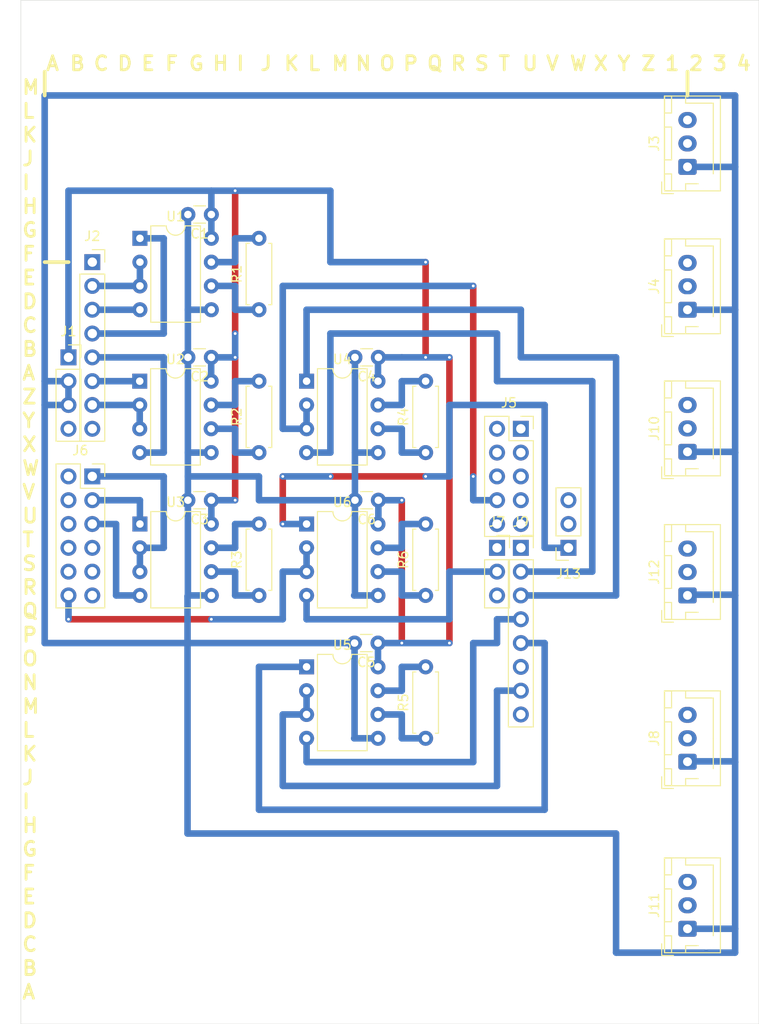
<source format=kicad_pcb>
(kicad_pcb (version 20240108) (generator "pcbnew") (generator_version "8.0")
  (layers (0 "F.Cu" signal) (1 "In1.Cu" signal) (2 "In2.Cu" signal) (31 "B.Cu" signal) (34 "B.Paste" user) (35 "F.Paste" user) (36 "B.SilkS" user "B.Silkscreen") (37 "F.SilkS" user "F.Silkscreen") (38 "B.Mask" user) (39 "F.Mask" user) (44 "Edge.Cuts" user))
  (net 0 "")
  (net 1 "+5V")
  (net 2 "/B_1")
  (net 3 "/A_1")
  (net 4 "/B_4")
  (net 5 "/A_4")
  (net 6 "/A_5")
  (net 7 "/B_5")
  (net 8 "/B_6")
  (net 9 "/A_6")
  (net 10 "/UART4_TX")
  (net 11 "/EN_4")
  (net 12 "/UART4_RX")
  (net 13 "/UART1_RX")
  (net 14 "/UART6_TX")
  (net 15 "/UART1_TX")
  (net 16 "/UART5_TX")
  (net 17 "/EN_5")
  (net 18 "/UART6_RX")
  (net 19 "/UART2_TX")
  (net 20 "/UART5_RX")
  (net 21 "/UART2_RX")
  (net 22 "/EN_7")
  (net 23 "/EN_2")
  (net 24 "/UART7_TX")
  (footprint "Connector_PinSocket_2.54mm:PinSocket_1x08_P2.54mm_Vertical" (layer "F.Cu") (at 157.48 55.88)
    (property "Reference" "J2")
    (property "Value" "Conn_01x08_Pin")
  )
  (footprint "Package_DIP:DIP-8_W7.62mm" (layer "F.Cu") (at 180.34 68.58)
    (property "Reference" "U4")
    (property "Value" "MAX485E")
  )
  (footprint "Connector_JST:JST_XH_B3B-XH-AM_1x03_P2.50mm_Vertical" (layer "F.Cu") (at 220.98 45.72 90)
    (property "Reference" "J3")
    (property "Value" "Conn_01x03_Pin")
  )
  (footprint "Connector_JST:JST_XH_B3B-XH-AM_1x03_P2.50mm_Vertical" (layer "F.Cu") (at 220.98 76.12 90)
    (property "Reference" "J10")
    (property "Value" "Conn_01x03_Pin")
  )
  (footprint "Capacitor_THT:C_Disc_D3.0mm_W1.6mm_P2.50mm" (layer "F.Cu") (at 188 81.28 180)
    (property "Reference" "C6")
    (property "Value" "0.1u")
  )
  (footprint "Capacitor_THT:C_Disc_D3.0mm_W1.6mm_P2.50mm" (layer "F.Cu") (at 188 66.04 180)
    (property "Reference" "C4")
    (property "Value" "0.1u")
  )
  (footprint "Connector_PinSocket_2.54mm:PinSocket_1x08_P2.54mm_Vertical" (layer "F.Cu") (at 203.2 86.36)
    (property "Reference" "J9")
    (property "Value" "Conn_01x08_Pin")
  )
  (footprint "Connector_PinSocket_2.54mm:PinSocket_2x05_P2.54mm_Vertical" (layer "F.Cu") (at 203.2 73.66)
    (property "Reference" "J5")
    (property "Value" "Conn_02x05_Odd_Even")
  )
  (footprint "Package_DIP:DIP-8_W7.62mm" (layer "F.Cu") (at 180.34 99.06)
    (property "Reference" "U5")
    (property "Value" "MAX485E")
  )
  (footprint "Connector_JST:JST_XH_B3B-XH-AM_1x03_P2.50mm_Vertical" (layer "F.Cu") (at 220.98 91.44 90)
    (property "Reference" "J12")
    (property "Value" "Conn_01x03_Pin")
  )
  (footprint "Connector_JST:JST_XH_B3B-XH-AM_1x03_P2.50mm_Vertical" (layer "F.Cu") (at 220.98 60.96 90)
    (property "Reference" "J4")
    (property "Value" "Conn_01x03_Pin")
  )
  (footprint "Capacitor_THT:C_Disc_D3.0mm_W1.6mm_P2.50mm" (layer "F.Cu") (at 170.18 50.8 180)
    (property "Reference" "C1")
    (property "Value" "0.1u")
  )
  (footprint "Connector_PinSocket_2.54mm:PinSocket_1x03_P2.54mm_Vertical" (layer "F.Cu") (at 200.66 86.36)
    (property "Reference" "J7")
    (property "Value" "Conn_01x03_Pin")
  )
  (footprint "Resistor_THT:R_Axial_DIN0207_L6.3mm_D2.5mm_P7.62mm_Horizontal" (layer "F.Cu") (at 175.26 76.2 90)
    (property "Reference" "R2")
    (property "Value" "120")
  )
  (footprint "Resistor_THT:R_Axial_DIN0207_L6.3mm_D2.5mm_P7.62mm_Horizontal" (layer "F.Cu") (at 193.04 76.2 90)
    (property "Reference" "R4")
    (property "Value" "120")
  )
  (footprint "Capacitor_THT:C_Disc_D3.0mm_W1.6mm_P2.50mm" (layer "F.Cu") (at 170.18 81.28 180)
    (property "Reference" "C3")
    (property "Value" "0.1u")
  )
  (footprint "Connector_JST:JST_XH_B3B-XH-AM_1x03_P2.50mm_Vertical" (layer "F.Cu") (at 220.98 127 90)
    (property "Reference" "J11")
    (property "Value" "Conn_01x03_Pin")
  )
  (footprint "Connector_PinSocket_2.54mm:PinSocket_1x03_P2.54mm_Vertical" (layer "F.Cu") (at 208.28 86.36 180)
    (property "Reference" "J13")
    (property "Value" "Conn_01x03_Pin")
  )
  (footprint "Resistor_THT:R_Axial_DIN0207_L6.3mm_D2.5mm_P7.62mm_Horizontal" (layer "F.Cu") (at 193.04 91.44 90)
    (property "Reference" "R6")
    (property "Value" "120")
  )
  (footprint "Connector_PinSocket_2.54mm:PinSocket_1x04_P2.54mm_Vertical" (layer "F.Cu") (at 154.94 66.04)
    (property "Reference" "J1")
    (property "Value" "Conn_01x04_Pin")
  )
  (footprint "Package_DIP:DIP-8_W7.62mm" (layer "F.Cu") (at 162.54 68.58)
    (property "Reference" "U2")
    (property "Value" "MAX485E")
  )
  (footprint "Package_DIP:DIP-8_W7.62mm" (layer "F.Cu") (at 162.56 53.34)
    (property "Reference" "U1")
    (property "Value" "MAX485E")
  )
  (footprint "Resistor_THT:R_Axial_DIN0207_L6.3mm_D2.5mm_P7.62mm_Horizontal" (layer "F.Cu") (at 193.04 106.68 90)
    (property "Reference" "R5")
    (property "Value" "120")
  )
  (footprint "Connector_JST:JST_XH_B3B-XH-AM_1x03_P2.50mm_Vertical" (layer "F.Cu") (at 220.98 109.18 90)
    (property "Reference" "J8")
    (property "Value" "Conn_01x03_Pin")
  )
  (footprint "Capacitor_THT:C_Disc_D3.0mm_W1.6mm_P2.50mm" (layer "F.Cu") (at 170.18 66.04 180)
    (property "Reference" "C2")
    (property "Value" "0.1u")
  )
  (footprint "Capacitor_THT:C_Disc_D3.0mm_W1.6mm_P2.50mm" (layer "F.Cu") (at 187.96 96.52 180)
    (property "Reference" "C5")
    (property "Value" "0.1u")
  )
  (footprint "Package_DIP:DIP-8_W7.62mm" (layer "F.Cu") (at 180.34 83.82)
    (property "Reference" "U6")
    (property "Value" "MAX485E")
  )
  (footprint "Package_DIP:DIP-8_W7.62mm" (layer "F.Cu") (at 162.56 83.82)
    (property "Reference" "U3")
    (property "Value" "MAX485E")
  )
  (footprint "Connector_PinSocket_2.54mm:PinSocket_2x06_P2.54mm_Vertical" (layer "F.Cu") (at 157.48 78.74)
    (property "Reference" "J6")
    (property "Value" "Conn_02x06_Odd_Even")
  )
  (footprint "Resistor_THT:R_Axial_DIN0207_L6.3mm_D2.5mm_P7.62mm_Horizontal" (layer "F.Cu") (at 175.26 60.96 90)
    (property "Reference" "R1")
    (property "Value" "120")
  )
  (footprint "Resistor_THT:R_Axial_DIN0207_L6.3mm_D2.5mm_P7.62mm_Horizontal" (layer "F.Cu") (at 175.26 91.44 90)
    (property "Reference" "R3")
    (property "Value" "120")
  )
  (gr_line (start 152.4 35.56) (end 152.4 38.1) (stroke (width 0.4)) (layer "F.SilkS"))
  (gr_line (start 220.98 35.56) (end 220.98 38.1) (stroke (width 0.4)) (layer "F.SilkS"))
  (gr_line (start 154.94 55.88) (end 152.4 55.88) (stroke (width 0.4)) (layer "F.SilkS"))
  (gr_line (start 149.86 27.94) (end 228.6 27.94) (stroke (width 0.05)) (layer "Edge.Cuts"))
  (gr_line (start 228.6 137.16) (end 149.86 137.16) (stroke (width 0.05)) (layer "Edge.Cuts"))
  (gr_line (start 228.6 27.94) (end 228.6 137.16) (stroke (width 0.05)) (layer "Edge.Cuts"))
  (gr_line (start 149.86 137.16) (end 149.86 27.94) (stroke (width 0.05)) (layer "Edge.Cuts"))
  (gr_text "I" (at 172.72 35.56 0) (layer "F.SilkS") (effects (font (size 1.5 1.5) (thickness 0.3) (bold yes)) (justify left bottom)))
  (gr_text "Y" (at 149.86 73.66 0) (layer "F.SilkS") (effects (font (size 1.5 1.5) (thickness 0.3) (bold yes)) (justify left bottom)))
  (gr_text "W" (at 149.86 78.74 0) (layer "F.SilkS") (effects (font (size 1.5 1.5) (thickness 0.3) (bold yes)) (justify left bottom)))
  (gr_text "A" (at 152.4 35.56 0) (layer "F.SilkS") (effects (font (size 1.5 1.5) (thickness 0.3) (bold yes)) (justify left bottom)))
  (gr_text "3" (at 223.52 35.56 0) (layer "F.SilkS") (effects (font (size 1.5 1.5) (thickness 0.3) (bold yes)) (justify left bottom)))
  (gr_text "1" (at 218.44 35.56 0) (layer "F.SilkS") (effects (font (size 1.5 1.5) (thickness 0.3) (bold yes)) (justify left bottom)))
  (gr_text "K" (at 149.86 43.18 0) (layer "F.SilkS") (effects (font (size 1.5 1.5) (thickness 0.3) (bold yes)) (justify left bottom)))
  (gr_text "H" (at 149.86 116.84 0) (layer "F.SilkS") (effects (font (size 1.5 1.5) (thickness 0.3) (bold yes)) (justify left bottom)))
  (gr_text "Y" (at 213.36 35.56 0) (layer "F.SilkS") (effects (font (size 1.5 1.5) (thickness 0.3) (bold yes)) (justify left bottom)))
  (gr_text "4" (at 226.06 35.56 0) (layer "F.SilkS") (effects (font (size 1.5 1.5) (thickness 0.3) (bold yes)) (justify left bottom)))
  (gr_text "D" (at 149.86 60.96 0) (layer "F.SilkS") (effects (font (size 1.5 1.5) (thickness 0.3) (bold yes)) (justify left bottom)))
  (gr_text "X" (at 149.86 76.2 0) (layer "F.SilkS") (effects (font (size 1.5 1.5) (thickness 0.3) (bold yes)) (justify left bottom)))
  (gr_text "R" (at 195.58 35.56 0) (layer "F.SilkS") (effects (font (size 1.5 1.5) (thickness 0.3) (bold yes)) (justify left bottom)))
  (gr_text "L" (at 149.86 106.68 0) (layer "F.SilkS") (effects (font (size 1.5 1.5) (thickness 0.3) (bold yes)) (justify left bottom)))
  (gr_text "F" (at 149.86 121.92 0) (layer "F.SilkS") (effects (font (size 1.5 1.5) (thickness 0.3) (bold yes)) (justify left bottom)))
  (gr_text "F" (at 165.1 35.56 0) (layer "F.SilkS") (effects (font (size 1.5 1.5) (thickness 0.3) (bold yes)) (justify left bottom)))
  (gr_text "L" (at 149.86 40.64 0) (layer "F.SilkS") (effects (font (size 1.5 1.5) (thickness 0.3) (bold yes)) (justify left bottom)))
  (gr_text "T" (at 200.66 35.56 0) (layer "F.SilkS") (effects (font (size 1.5 1.5) (thickness 0.3) (bold yes)) (justify left bottom)))
  (gr_text "G" (at 167.64 35.56 0) (layer "F.SilkS") (effects (font (size 1.5 1.5) (thickness 0.3) (bold yes)) (justify left bottom)))
  (gr_text "B" (at 154.94 35.56 0) (layer "F.SilkS") (effects (font (size 1.5 1.5) (thickness 0.3) (bold yes)) (justify left bottom)))
  (gr_text "M" (at 182.88 35.56 0) (layer "F.SilkS") (effects (font (size 1.5 1.5) (thickness 0.3) (bold yes)) (justify left bottom)))
  (gr_text "B" (at 149.86 132.08 0) (layer "F.SilkS") (effects (font (size 1.5 1.5) (thickness 0.3) (bold yes)) (justify left bottom)))
  (gr_text "U" (at 203.2 35.56 0) (layer "F.SilkS") (effects (font (size 1.5 1.5) (thickness 0.3) (bold yes)) (justify left bottom)))
  (gr_text "B" (at 149.86 66.04 0) (layer "F.SilkS") (effects (font (size 1.5 1.5) (thickness 0.3) (bold yes)) (justify left bottom)))
  (gr_text "C" (at 149.86 63.5 0) (layer "F.SilkS") (effects (font (size 1.5 1.5) (thickness 0.3) (bold yes)) (justify left bottom)))
  (gr_text "R" (at 149.86 91.44 0) (layer "F.SilkS") (effects (font (size 1.5 1.5) (thickness 0.3) (bold yes)) (justify left bottom)))
  (gr_text "C" (at 157.48 35.56 0) (layer "F.SilkS") (effects (font (size 1.5 1.5) (thickness 0.3) (bold yes)) (justify left bottom)))
  (gr_text "I" (at 149.86 48.26 0) (layer "F.SilkS") (effects (font (size 1.5 1.5) (thickness 0.3) (bold yes)) (justify left bottom)))
  (gr_text "A" (at 149.86 134.62 0) (layer "F.SilkS") (effects (font (size 1.5 1.5) (thickness 0.3) (bold yes)) (justify left bottom)))
  (gr_text "G" (at 149.86 53.34 0) (layer "F.SilkS") (effects (font (size 1.5 1.5) (thickness 0.3) (bold yes)) (justify left bottom)))
  (gr_text "C" (at 149.86 129.54 0) (layer "F.SilkS") (effects (font (size 1.5 1.5) (thickness 0.3) (bold yes)) (justify left bottom)))
  (gr_text "V" (at 205.74 35.56 0) (layer "F.SilkS") (effects (font (size 1.5 1.5) (thickness 0.3) (bold yes)) (justify left bottom)))
  (gr_text "E" (at 149.86 124.46 0) (layer "F.SilkS") (effects (font (size 1.5 1.5) (thickness 0.3) (bold yes)) (justify left bottom)))
  (gr_text "U" (at 149.86 83.82 0) (layer "F.SilkS") (effects (font (size 1.5 1.5) (thickness 0.3) (bold yes)) (justify left bottom)))
  (gr_text "Z" (at 149.86 71.12 0) (layer "F.SilkS") (effects (font (size 1.5 1.5) (thickness 0.3) (bold yes)) (justify left bottom)))
  (gr_text "I" (at 149.86 114.3 0) (layer "F.SilkS") (effects (font (size 1.5 1.5) (thickness 0.3) (bold yes)) (justify left bottom)))
  (gr_text "D" (at 160.02 35.56 0) (layer "F.SilkS") (effects (font (size 1.5 1.5) (thickness 0.3) (bold yes)) (justify left bottom)))
  (gr_text "E" (at 162.56 35.56 0) (layer "F.SilkS") (effects (font (size 1.5 1.5) (thickness 0.3) (bold yes)) (justify left bottom)))
  (gr_text "S" (at 198.12 35.56 0) (layer "F.SilkS") (effects (font (size 1.5 1.5) (thickness 0.3) (bold yes)) (justify left bottom)))
  (gr_text "H" (at 149.86 50.8 0) (layer "F.SilkS") (effects (font (size 1.5 1.5) (thickness 0.3) (bold yes)) (justify left bottom)))
  (gr_text "O" (at 187.96 35.56 0) (layer "F.SilkS") (effects (font (size 1.5 1.5) (thickness 0.3) (bold yes)) (justify left bottom)))
  (gr_text "2" (at 220.98 35.56 0) (layer "F.SilkS") (effects (font (size 1.5 1.5) (thickness 0.3) (bold yes)) (justify left bottom)))
  (gr_text "M" (at 149.86 38.1 0) (layer "F.SilkS") (effects (font (size 1.5 1.5) (thickness 0.3) (bold yes)) (justify left bottom)))
  (gr_text "D" (at 149.86 127 0) (layer "F.SilkS") (effects (font (size 1.5 1.5) (thickness 0.3) (bold yes)) (justify left bottom)))
  (gr_text "Q" (at 193.04 35.56 0) (layer "F.SilkS") (effects (font (size 1.5 1.5) (thickness 0.3) (bold yes)) (justify left bottom)))
  (gr_text "J" (at 175.26 35.56 0) (layer "F.SilkS") (effects (font (size 1.5 1.5) (thickness 0.3) (bold yes)) (justify left bottom)))
  (gr_text "Z" (at 215.9 35.56 0) (layer "F.SilkS") (effects (font (size 1.5 1.5) (thickness 0.3) (bold yes)) (justify left bottom)))
  (gr_text "P" (at 149.86 96.52 0) (layer "F.SilkS") (effects (font (size 1.5 1.5) (thickness 0.3) (bold yes)) (justify left bottom)))
  (gr_text "J" (at 149.86 111.76 0) (layer "F.SilkS") (effects (font (size 1.5 1.5) (thickness 0.3) (bold yes)) (justify left bottom)))
  (gr_text "N" (at 149.86 101.6 0) (layer "F.SilkS") (effects (font (size 1.5 1.5) (thickness 0.3) (bold yes)) (justify left bottom)))
  (gr_text "V" (at 149.86 81.28 0) (layer "F.SilkS") (effects (font (size 1.5 1.5) (thickness 0.3) (bold yes)) (justify left bottom)))
  (gr_text "E" (at 149.86 58.42 0) (layer "F.SilkS") (effects (font (size 1.5 1.5) (thickness 0.3) (bold yes)) (justify left bottom)))
  (gr_text "L" (at 180.34 35.56 0) (layer "F.SilkS") (effects (font (size 1.5 1.5) (thickness 0.3) (bold yes)) (justify left bottom)))
  (gr_text "X" (at 210.82 35.56 0) (layer "F.SilkS") (effects (font (size 1.5 1.5) (thickness 0.3) (bold yes)) (justify left bottom)))
  (gr_text "T" (at 149.86 86.36 0) (layer "F.SilkS") (effects (font (size 1.5 1.5) (thickness 0.3) (bold yes)) (justify left bottom)))
  (gr_text "J" (at 149.86 45.72 0) (layer "F.SilkS") (effects (font (size 1.5 1.5) (thickness 0.3) (bold yes)) (justify left bottom)))
  (gr_text "S" (at 149.86 88.9 0) (layer "F.SilkS") (effects (font (size 1.5 1.5) (thickness 0.3) (bold yes)) (justify left bottom)))
  (gr_text "Q" (at 149.86 93.98 0) (layer "F.SilkS") (effects (font (size 1.5 1.5) (thickness 0.3) (bold yes)) (justify left bottom)))
  (gr_text "G" (at 149.86 119.38 0) (layer "F.SilkS") (effects (font (size 1.5 1.5) (thickness 0.3) (bold yes)) (justify left bottom)))
  (gr_text "K" (at 177.8 35.56 0) (layer "F.SilkS") (effects (font (size 1.5 1.5) (thickness 0.3) (bold yes)) (justify left bottom)))
  (gr_text "H" (at 170.18 35.56 0) (layer "F.SilkS") (effects (font (size 1.5 1.5) (thickness 0.3) (bold yes)) (justify left bottom)))
  (gr_text "K" (at 149.86 109.22 0) (layer "F.SilkS") (effects (font (size 1.5 1.5) (thickness 0.3) (bold yes)) (justify left bottom)))
  (gr_text "P" (at 190.5 35.56 0) (layer "F.SilkS") (effects (font (size 1.5 1.5) (thickness 0.3) (bold yes)) (justify left bottom)))
  (gr_text "O" (at 149.86 99.06 0) (layer "F.SilkS") (effects (font (size 1.5 1.5) (thickness 0.3) (bold yes)) (justify left bottom)))
  (gr_text "N" (at 185.42 35.56 0) (layer "F.SilkS") (effects (font (size 1.5 1.5) (thickness 0.3) (bold yes)) (justify left bottom)))
  (gr_text "A" (at 149.86 68.58 0) (layer "F.SilkS") (effects (font (size 1.5 1.5) (thickness 0.3) (bold yes)) (justify left bottom)))
  (gr_text "F" (at 149.86 55.88 0) (layer "F.SilkS") (effects (font (size 1.5 1.5) (thickness 0.3) (bold yes)) (justify left bottom)))
  (gr_text "W" (at 208.28 35.56 0) (layer "F.SilkS") (effects (font (size 1.5 1.5) (thickness 0.3) (bold yes)) (justify left bottom)))
  (gr_text "M" (at 149.86 104.14 0) (layer "F.SilkS") (effects (font (size 1.5 1.5) (thickness 0.3) (bold yes)) (justify left bottom)))
  (segment (start 198.12 58.42) (end 198.12 78.74) (width 0.7) (layer "F.Cu") (net 1))
  (segment (start 172.72 66.04) (end 172.72 81.28) (width 0.7) (layer "F.Cu") (net 1))
  (segment (start 172.72 48.26) (end 172.72 63.5) (width 0.7) (layer "F.Cu") (net 1))
  (segment (start 154.94 93.98) (end 170.18 93.98) (width 0.7) (layer "F.Cu") (net 1))
  (segment (start 190.5 96.52) (end 190.5 81.28) (width 0.7) (layer "F.Cu") (net 1))
  (segment (start 193.04 66.04) (end 193.04 55.88) (width 0.7) (layer "F.Cu") (net 1))
  (segment (start 195.58 96.52) (end 195.58 66.04) (width 0.7) (layer "F.Cu") (net 1))
  (via (at 190.5 81.28) (size 0.6) (drill 0.3) (layers "F.Cu" "B.Cu") (net 1))
  (via (at 198.12 78.74) (size 0.6) (drill 0.3) (layers "F.Cu" "B.Cu") (net 1))
  (via (at 193.04 55.88) (size 0.6) (drill 0.3) (layers "F.Cu" "B.Cu") (net 1))
  (via (at 193.04 66.04) (size 0.6) (drill 0.3) (layers "F.Cu" "B.Cu") (net 1))
  (via (at 195.58 96.52) (size 0.6) (drill 0.3) (layers "F.Cu" "B.Cu") (net 1))
  (via (at 170.18 93.98) (size 0.6) (drill 0.3) (layers "F.Cu" "B.Cu") (net 1))
  (via (at 172.72 48.26) (size 0.6) (drill 0.3) (layers "F.Cu" "B.Cu") (net 1))
  (via (at 198.12 58.42) (size 0.6) (drill 0.3) (layers "F.Cu" "B.Cu") (net 1))
  (via (at 172.72 81.28) (size 0.6) (drill 0.3) (layers "F.Cu" "B.Cu") (net 1))
  (via (at 154.94 93.98) (size 0.6) (drill 0.3) (layers "F.Cu" "B.Cu") (net 1))
  (via (at 195.58 66.04) (size 0.6) (drill 0.3) (layers "F.Cu" "B.Cu") (net 1))
  (via (at 172.72 66.04) (size 0.6) (drill 0.3) (layers "F.Cu" "B.Cu") (net 1))
  (via (at 190.5 96.52) (size 0.6) (drill 0.3) (layers "F.Cu" "B.Cu") (net 1))
  (via (at 172.72 63.5) (size 0.6) (drill 0.3) (layers "F.Cu" "B.Cu") (net 1))
  (segment (start 225.98 91.36) (end 226.06 91.44) (width 0.7) (layer "B.Cu") (net 1))
  (segment (start 170.18 91.44) (end 167.72 91.44) (width 0.7) (layer "B.Cu") (net 1))
  (segment (start 167.68 78.74) (end 167.68 81.28) (width 0.7) (layer "B.Cu") (net 1))
  (segment (start 167.68 91.4) (end 167.68 81.28) (width 0.7) (layer "B.Cu") (net 1))
  (segment (start 154.94 48.26) (end 170.18 48.26) (width 0.7) (layer "B.Cu") (net 1))
  (segment (start 185.5 66.04) (end 185.5 76.2) (width 0.7) (layer "B.Cu") (net 1))
  (segment (start 170.16 76.2) (end 167.68 76.2) (width 0.7) (layer "B.Cu") (net 1))
  (segment (start 226.06 109.22) (end 226.06 127) (width 0.7) (layer "B.Cu") (net 1))
  (segment (start 188 66.04) (end 190.5 66.04) (width 0.7) (layer "B.Cu") (net 1))
  (segment (start 180.34 86.36) (end 180.34 88.9) (width 0.7) (layer "B.Cu") (net 1))
  (segment (start 193.04 55.88) (end 182.88 55.88) (width 0.7) (layer "B.Cu") (net 1))
  (segment (start 180.34 99.06) (end 175.26 99.06) (width 0.7) (layer "B.Cu") (net 1))
  (segment (start 213.36 129.54) (end 213.36 116.84) (width 0.7) (layer "B.Cu") (net 1))
  (segment (start 226.06 91.44) (end 226.06 109.22) (width 0.7) (layer "B.Cu") (net 1))
  (segment (start 167.68 76.2) (end 167.68 78.74) (width 0.7) (layer "B.Cu") (net 1))
  (segment (start 187.96 99.06) (end 187.96 96.52) (width 0.7) (layer "B.Cu") (net 1))
  (segment (start 170.18 86.36) (end 172.72 86.36) (width 0.7) (layer "B.Cu") (net 1))
  (segment (start 213.37 129.55) (end 213.36 129.54) (width 0.7) (layer "B.Cu") (net 1))
  (segment (start 187.96 96.52) (end 190.5 96.52) (width 0.7) (layer "B.Cu") (net 1))
  (segment (start 172.72 81.28) (end 170.18 81.28) (width 0.7) (layer "B.Cu") (net 1))
  (segment (start 167.72 91.44) (end 167.68 91.4) (width 0.7) (layer "B.Cu") (net 1))
  (segment (start 180.34 73.66) (end 177.8 73.66) (width 0.7) (layer "B.Cu") (net 1))
  (segment (start 175.26 78.74) (end 167.68 78.74) (width 0.7) (layer "B.Cu") (net 1))
  (segment (start 170.18 60.96) (end 167.68 60.96) (width 0.7) (layer "B.Cu") (net 1))
  (segment (start 188 83.78) (end 187.96 83.82) (width 0.7) (layer "B.Cu") (net 1))
  (segment (start 152.4 38.1) (end 226.06 38.1) (width 0.7) (layer "B.Cu") (net 1))
  (segment (start 154.94 68.58) (end 152.4 68.58) (width 0.7) (layer "B.Cu") (net 1))
  (segment (start 172.72 88.9) (end 172.72 91.44) (width 0.7) (layer "B.Cu") (net 1))
  (segment (start 170.18 50.8) (end 170.18 53.34) (width 0.7) (layer "B.Cu") (net 1))
  (segment (start 152.4 96.52) (end 167.64 96.52) (width 0.7) (layer "B.Cu") (net 1))
  (segment (start 167.64 116.84) (end 167.64 96.52) (width 0.7) (layer "B.Cu") (net 1))
  (segment (start 182.88 48.26) (end 172.72 48.26) (width 0.7) (layer "B.Cu") (net 1))
  (segment (start 172.72 68.58) (end 175.26 68.58) (width 0.7) (layer "B.Cu") (net 1))
  (segment (start 220.98 127) (end 226.06 127) (width 0.7) (layer "B.Cu") (net 1))
  (segment (start 172.72 71.12) (end 172.72 68.58) (width 0.7) (layer "B.Cu") (net 1))
  (segment (start 172.72 83.82) (end 175.26 83.82) (width 0.7) (layer "B.Cu") (net 1))
  (segment (start 167.64 91.52) (end 167.72 91.44) (width 0.7) (layer "B.Cu") (net 1))
  (segment (start 182.88 55.88) (end 182.88 48.26) (width 0.7) (layer "B.Cu") (net 1))
  (segment (start 170.18 48.26) (end 172.72 48.26) (width 0.7) (layer "B.Cu") (net 1))
  (segment (start 170.16 73.66) (end 172.72 73.66) (width 0.7) (layer "B.Cu") (net 1))
  (segment (start 195.58 66.04) (end 193.04 66.04) (width 0.7) (layer "B.Cu") (net 1))
  (segment (start 185.42 106.68) (end 187.96 106.68) (width 0.7) (layer "B.Cu") (net 1))
  (segment (start 226.06 129.54) (end 226.05 129.55) (width 0.7) (layer "B.Cu") (net 1))
  (segment (start 170.16 66.06) (end 170.18 66.04) (width 0.7) (layer "B.Cu") (net 1))
  (segment (start 185.46 96.52) (end 185.46 106.64) (width 0.7) (layer "B.Cu") (net 1))
  (segment (start 225.98 76.12) (end 226.06 76.2) (width 0.7) (layer "B.Cu") (net 1))
  (segment (start 220.98 109.14) (end 225.98 109.14) (width 0.7) (layer "B.Cu") (net 1))
  (segment (start 190.5 96.52) (end 195.58 96.52) (width 0.7) (layer "B.Cu") (net 1))
  (segment (start 172.72 73.66) (end 172.72 76.2) (width 0.7) (layer "B.Cu") (net 1))
  (segment (start 226.06 127) (end 226.06 129.54) (width 0.7) (layer "B.Cu") (net 1))
  (segment (start 175.26 99.06) (end 175.26 114.3) (width 0.7) (layer "B.Cu") (net 1))
  (segment (start 220.98 60.96) (end 226.06 60.96) (width 0.7) (layer "B.Cu") (net 1))
  (segment (start 198.12 78.74) (end 198.12 81.28) (width 0.7) (layer "B.Cu") (net 1))
  (segment (start 170.18 48.26) (end 170.18 50.8) (width 0.7) (layer "B.Cu") (net 1))
  (segment (start 226.05 129.55) (end 213.37 129.55) (width 0.7) (layer "B.Cu") (net 1))
  (segment (start 154.94 71.12) (end 154.94 68.58) (width 0.7) (layer "B.Cu") (net 1))
  (segment (start 180.34 88.9) (end 177.8 88.9) (width 0.7) (layer "B.Cu") (net 1))
  (segment (start 170.18 88.9) (end 172.72 88.9) (width 0.7) (layer "B.Cu") (net 1))
  (segment (start 167.68 60.96) (end 167.68 66.04) (width 0.7) (layer "B.Cu") (net 1))
  (segment (start 226.06 38.1) (end 226.06 45.72) (width 0.7) (layer "B.Cu") (net 1))
  (segment (start 185.46 96.52) (end 167.64 96.52) (width 0.7) (layer "B.Cu") (net 1))
  (segment (start 152.4 71.12) (end 152.4 96.52) (width 0.7) (layer "B.Cu") (net 1))
  (segment (start 185.42 91.44) (end 185.5 91.36) (width 0.7) (layer "B.Cu") (net 1))
  (segment (start 226.06 45.72) (end 226.06 60.96) (width 0.7) (layer "B.Cu") (net 1))
  (segment (start 200.66 81.28) (end 198.12 81.28) (width 0.7) (layer "B.Cu") (net 1))
  (segment (start 220.98 91.36) (end 225.98 91.36) (width 0.7) (layer "B.Cu") (net 1))
  (segment (start 170.16 68.58) (end 170.16 66.06) (width 0.7) (layer "B.Cu") (net 1))
  (segment (start 177.8 58.42) (end 198.12 58.42) (width 0.7) (layer "B.Cu") (net 1))
  (segment (start 170.18 66.04) (end 172.72 66.04) (width 0.7) (layer "B.Cu") (net 1))
  (segment (start 187.96 91.44) (end 185.42 91.44) (width 0.7) (layer "B.Cu") (net 1))
  (segment (start 172.72 91.44) (end 175.26 91.44) (width 0.7) (layer "B.Cu") (net 1))
  (segment (start 220.98 45.72) (end 226.06 45.72) (width 0.7) (layer "B.Cu") (net 1))
  (segment (start 170.16 71.12) (end 172.72 71.12) (width 0.7) (layer "B.Cu") (net 1))
  (segment (start 167.68 50.8) (end 167.68 60.96) (width 0.7) (layer "B.Cu") (net 1))
  (segment (start 185.5 76.2) (end 185.5 78.74) (width 0.7) (layer "B.Cu") (net 1))
  (segment (start 185.5 78.74) (end 185.5 81.28) (width 0.7) (layer "B.Cu") (net 1))
  (segment (start 177.8 73.66) (end 177.8 58.42) (width 0.7) (layer "B.Cu") (net 1))
  (segment (start 187.96 68.58) (end 187.96 66.08) (width 0.7) (layer "B.Cu") (net 1))
  (segment (start 154.94 71.12) (end 152.4 71.12) (width 0.7) (layer "B.Cu") (net 1))
  (segment (start 213.36 116.84) (end 167.64 116.84) (width 0.7) (layer "B.Cu") (net 1))
  (segment (start 185.46 106.64) (end 185.42 106.68) (width 0.7) (layer "B.Cu") (net 1))
  (segment (start 188 81.28) (end 190.5 81.28) (width 0.7) (layer "B.Cu") (net 1))
  (segment (start 180.34 71.12) (end 180.34 73.66) (width 0.7) (layer "B.Cu") (net 1))
  (segment (start 170.18 83.82) (end 170.18 81.28) (width 0.7) (layer "B.Cu") (net 1))
  (segment (start 172.72 86.36) (end 172.72 83.82) (width 0.7) (layer "B.Cu") (net 1))
  (segment (start 177.8 93.98) (end 170.18 93.98) (width 0.7) (layer "B.Cu") (net 1))
  (segment (start 167.68 66.04) (end 167.68 76.2) (width 0.7) (layer "B.Cu") (net 1))
  (segment (start 177.8 88.9) (end 177.8 93.98) (width 0.7) (layer "B.Cu") (net 1))
  (segment (start 187.96 76.2) (end 185.5 76.2) (width 0.7) (layer "B.Cu") (net 1))
  (segment (start 152.4 68.58) (end 152.4 38.1) (width 0.7) (layer "B.Cu") (net 1))
  (segment (start 154.94 66.04) (end 154.94 48.26) (width 0.7) (layer "B.Cu") (net 1))
  (segment (start 220.98 76.12) (end 225.98 76.12) (width 0.7) (layer "B.Cu") (net 1))
  (segment (start 172.72 66.04) (end 172.72 63.5) (width 0.7) (layer "B.Cu") (net 1))
  (segment (start 185.5 81.28) (end 175.26 81.28) (width 0.7) (layer "B.Cu") (net 1))
  (segment (start 205.74 96.52) (end 203.2 96.52) (width 0.7) (layer "B.Cu") (net 1))
  (segment (start 172.72 76.2) (end 175.26 76.2) (width 0.7) (layer "B.Cu") (net 1))
  (segment (start 175.26 81.28) (end 175.26 78.74) (width 0.7) (layer "B.Cu") (net 1))
  (segment (start 154.94 91.44) (end 154.94 93.98) (width 0.7) (layer "B.Cu") (net 1))
  (segment (start 225.98 109.14) (end 226.06 109.22) (width 0.7) (layer "B.Cu") (net 1))
  (segment (start 152.4 68.58) (end 152.4 71.12) (width 0.7) (layer "B.Cu") (net 1))
  (segment (start 187.96 66.08) (end 188 66.04) (width 0.7) (layer "B.Cu") (net 1))
  (segment (start 226.06 60.96) (end 226.06 76.2) (width 0.7) (layer "B.Cu") (net 1))
  (segment (start 167.64 96.52) (end 167.64 91.52) (width 0.7) (layer "B.Cu") (net 1))
  (segment (start 226.06 76.2) (end 226.06 91.44) (width 0.7) (layer "B.Cu") (net 1))
  (segment (start 175.26 114.3) (end 205.74 114.3) (width 0.7) (layer "B.Cu") (net 1))
  (segment (start 185.5 91.36) (end 185.5 81.28) (width 0.7) (layer "B.Cu") (net 1))
  (segment (start 188 81.28) (end 188 83.78) (width 0.7) (layer "B.Cu") (net 1))
  (segment (start 190.5 66.04) (end 193.04 66.04) (width 0.7) (layer "B.Cu") (net 1))
  (segment (start 205.74 114.3) (end 205.74 96.52) (width 0.7) (layer "B.Cu") (net 1))
  (segment (start 175.26 53.34) (end 172.72 53.34) (width 0.7) (layer "B.Cu") (net 2))
  (segment (start 172.72 53.34) (end 172.72 55.88) (width 0.7) (layer "B.Cu") (net 2))
  (segment (start 172.72 55.88) (end 170.18 55.88) (width 0.7) (layer "B.Cu") (net 2))
  (segment (start 170.18 58.42) (end 172.72 58.42) (width 0.7) (layer "B.Cu") (net 3))
  (segment (start 172.72 58.42) (end 172.72 60.96) (width 0.7) (layer "B.Cu") (net 3))
  (segment (start 172.72 60.96) (end 175.26 60.96) (width 0.7) (layer "B.Cu") (net 3))
  (segment (start 193.04 68.58) (end 190.5 68.58) (width 0.7) (layer "B.Cu") (net 4))
  (segment (start 190.5 68.58) (end 190.5 71.12) (width 0.7) (layer "B.Cu") (net 4))
  (segment (start 190.5 71.12) (end 187.96 71.12) (width 0.7) (layer "B.Cu") (net 4))
  (segment (start 190.5 76.2) (end 190.5 73.66) (width 0.7) (layer "B.Cu") (net 5))
  (segment (start 190.5 73.66) (end 187.96 73.66) (width 0.7) (layer "B.Cu") (net 5))
  (segment (start 193.04 76.2) (end 190.5 76.2) (width 0.7) (layer "B.Cu") (net 5))
  (segment (start 187.96 104.14) (end 190.5 104.14) (width 0.7) (layer "B.Cu") (net 6))
  (segment (start 190.5 106.68) (end 193.04 106.68) (width 0.7) (layer "B.Cu") (net 6))
  (segment (start 190.5 104.14) (end 190.5 106.68) (width 0.7) (layer "B.Cu") (net 6))
  (segment (start 190.5 99.06) (end 193.04 99.06) (width 0.7) (layer "B.Cu") (net 7))
  (segment (start 187.96 101.6) (end 190.5 101.6) (width 0.7) (layer "B.Cu") (net 7))
  (segment (start 190.5 101.6) (end 190.5 99.06) (width 0.7) (layer "B.Cu") (net 7))
  (segment (start 187.96 86.36) (end 190.5 86.36) (width 0.7) (layer "B.Cu") (net 8))
  (segment (start 190.5 86.36) (end 190.5 83.82) (width 0.7) (layer "B.Cu") (net 8))
  (segment (start 190.5 83.82) (end 193.04 83.82) (width 0.7) (layer "B.Cu") (net 8))
  (segment (start 190.5 91.44) (end 190.5 88.9) (width 0.7) (layer "B.Cu") (net 9))
  (segment (start 190.5 88.9) (end 187.96 88.9) (width 0.7) (layer "B.Cu") (net 9))
  (segment (start 193.04 91.44) (end 190.5 91.44) (width 0.7) (layer "B.Cu") (net 9))
  (segment (start 162.56 60.96) (end 157.48 60.96) (width 0.7) (layer "B.Cu") (net 10))
  (segment (start 157.48 58.42) (end 162.56 58.42) (width 0.7) (layer "B.Cu") (net 11))
  (segment (start 162.56 55.88) (end 162.56 58.42) (width 0.7) (layer "B.Cu") (net 11))
  (segment (start 162.56 53.34) (end 165.1 53.34) (width 0.7) (layer "B.Cu") (net 12))
  (segment (start 165.1 63.5) (end 157.48 63.5) (width 0.7) (layer "B.Cu") (net 12))
  (segment (start 165.1 53.34) (end 165.1 63.5) (width 0.7) (layer "B.Cu") (net 12))
  (segment (start 182.88 78.74) (end 193.04 78.74) (width 0.7) (layer "F.Cu") (net 13))
  (segment (start 177.8 83.82) (end 177.8 78.74) (width 0.7) (layer "F.Cu") (net 13))
  (via (at 193.04 78.74) (size 0.6) (drill 0.3) (layers "F.Cu" "B.Cu") (net 13))
  (via (at 177.8 83.82) (size 0.6) (drill 0.3) (layers "F.Cu" "B.Cu") (net 13))
  (via (at 182.88 78.74) (size 0.6) (drill 0.3) (layers "F.Cu" "B.Cu") (net 13))
  (via (at 177.8 78.74) (size 0.6) (drill 0.3) (layers "F.Cu" "B.Cu") (net 13))
  (segment (start 195.58 78.74) (end 193.04 78.74) (width 0.7) (layer "B.Cu") (net 13))
  (segment (start 195.58 71.12) (end 195.58 78.74) (width 0.7) (layer "B.Cu") (net 13))
  (segment (start 205.74 71.12) (end 195.58 71.12) (width 0.7) (layer "B.Cu") (net 13))
  (segment (start 177.8 78.74) (end 182.88 78.74) (width 0.7) (layer "B.Cu") (net 13))
  (segment (start 205.74 86.36) (end 205.74 71.12) (width 0.7) (layer "B.Cu") (net 13))
  (segment (start 208.28 86.36) (end 205.74 86.36) (width 0.7) (layer "B.Cu") (net 13))
  (segment (start 180.34 83.82) (end 177.8 83.82) (width 0.7) (layer "B.Cu") (net 13))
  (segment (start 210.82 68.58) (end 210.82 88.9) (width 0.7) (layer "B.Cu") (net 14))
  (segment (start 180.34 76.2) (end 182.88 76.2) (width 0.7) (layer "B.Cu") (net 14))
  (segment (start 182.88 76.2) (end 182.88 63.5) (width 0.7) (layer "B.Cu") (net 14))
  (segment (start 182.88 63.5) (end 200.66 63.5) (width 0.7) (layer "B.Cu") (net 14))
  (segment (start 200.66 63.5) (end 200.66 68.58) (width 0.7) (layer "B.Cu") (net 14))
  (segment (start 210.82 88.9) (end 203.2 88.9) (width 0.7) (layer "B.Cu") (net 14))
  (segment (start 200.66 68.58) (end 210.82 68.58) (width 0.7) (layer "B.Cu") (net 14))
  (segment (start 195.58 88.9) (end 195.58 93.98) (width 0.7) (layer "B.Cu") (net 15))
  (segment (start 180.34 93.98) (end 180.34 91.44) (width 0.7) (layer "B.Cu") (net 15))
  (segment (start 200.66 88.9) (end 195.58 88.9) (width 0.7) (layer "B.Cu") (net 15))
  (segment (start 195.58 93.98) (end 180.34 93.98) (width 0.7) (layer "B.Cu") (net 15))
  (segment (start 157.48 66.04) (end 165.1 66.04) (width 0.7) (layer "B.Cu") (net 16))
  (segment (start 165.1 76.2) (end 162.54 76.2) (width 0.7) (layer "B.Cu") (net 16))
  (segment (start 165.1 66.04) (end 165.1 76.2) (width 0.7) (layer "B.Cu") (net 16))
  (segment (start 157.48 71.12) (end 162.54 71.12) (width 0.7) (layer "B.Cu") (net 17))
  (segment (start 162.54 73.66) (end 162.54 71.12) (width 0.7) (layer "B.Cu") (net 17))
  (segment (start 203.2 66.04) (end 203.2 60.96) (width 0.7) (layer "B.Cu") (net 18))
  (segment (start 203.2 60.96) (end 180.34 60.96) (width 0.7) (layer "B.Cu") (net 18))
  (segment (start 203.2 91.44) (end 213.36 91.44) (width 0.7) (layer "B.Cu") (net 18))
  (segment (start 213.36 91.44) (end 213.36 66.04) (width 0.7) (layer "B.Cu") (net 18))
  (segment (start 213.36 66.04) (end 203.2 66.04) (width 0.7) (layer "B.Cu") (net 18))
  (segment (start 180.34 60.96) (end 180.34 68.58) (width 0.7) (layer "B.Cu") (net 18))
  (segment (start 160.02 83.82) (end 160.02 91.44) (width 0.7) (layer "B.Cu") (net 19))
  (segment (start 160.02 91.44) (end 162.56 91.44) (width 0.7) (layer "B.Cu") (net 19))
  (segment (start 157.48 83.82) (end 160.02 83.82) (width 0.7) (layer "B.Cu") (net 19))
  (segment (start 157.48 68.58) (end 162.54 68.58) (width 0.7) (layer "B.Cu") (net 20))
  (segment (start 157.48 81.28) (end 162.56 81.28) (width 0.7) (layer "B.Cu") (net 21))
  (segment (start 162.56 81.28) (end 162.56 83.82) (width 0.7) (layer "B.Cu") (net 21))
  (segment (start 203.2 101.6) (end 200.66 101.6) (width 0.7) (layer "B.Cu") (net 22))
  (segment (start 180.34 101.6) (end 180.34 104.14) (width 0.7) (layer "B.Cu") (net 22))
  (segment (start 200.66 101.6) (end 200.66 111.76) (width 0.7) (layer "B.Cu") (net 22))
  (segment (start 200.66 111.76) (end 177.8 111.76) (width 0.7) (layer "B.Cu") (net 22))
  (segment (start 177.8 111.76) (end 177.8 104.14) (width 0.7) (layer "B.Cu") (net 22))
  (segment (start 177.8 104.14) (end 180.34 104.14) (width 0.7) (layer "B.Cu") (net 22))
  (segment (start 162.56 88.9) (end 162.56 86.36) (width 0.7) (layer "B.Cu") (net 23))
  (segment (start 165.1 78.74) (end 165.1 86.36) (width 0.7) (layer "B.Cu") (net 23))
  (segment (start 165.1 86.36) (end 162.56 86.36) (width 0.7) (layer "B.Cu") (net 23))
  (segment (start 157.48 78.74) (end 165.1 78.74) (width 0.7) (layer "B.Cu") (net 23))
  (segment (start 200.66 93.98) (end 200.66 96.52) (width 0.7) (layer "B.Cu") (net 24))
  (segment (start 203.2 93.98) (end 200.66 93.98) (width 0.7) (layer "B.Cu") (net 24))
  (segment (start 200.66 96.52) (end 198.12 96.52) (width 0.7) (layer "B.Cu") (net 24))
  (segment (start 198.12 109.22) (end 180.34 109.22) (width 0.7) (layer "B.Cu") (net 24))
  (segment (start 180.34 109.22) (end 180.34 106.68) (width 0.7) (layer "B.Cu") (net 24))
  (segment (start 198.12 96.52) (end 198.12 109.22) (width 0.7) (layer "B.Cu") (net 24))
)
</source>
